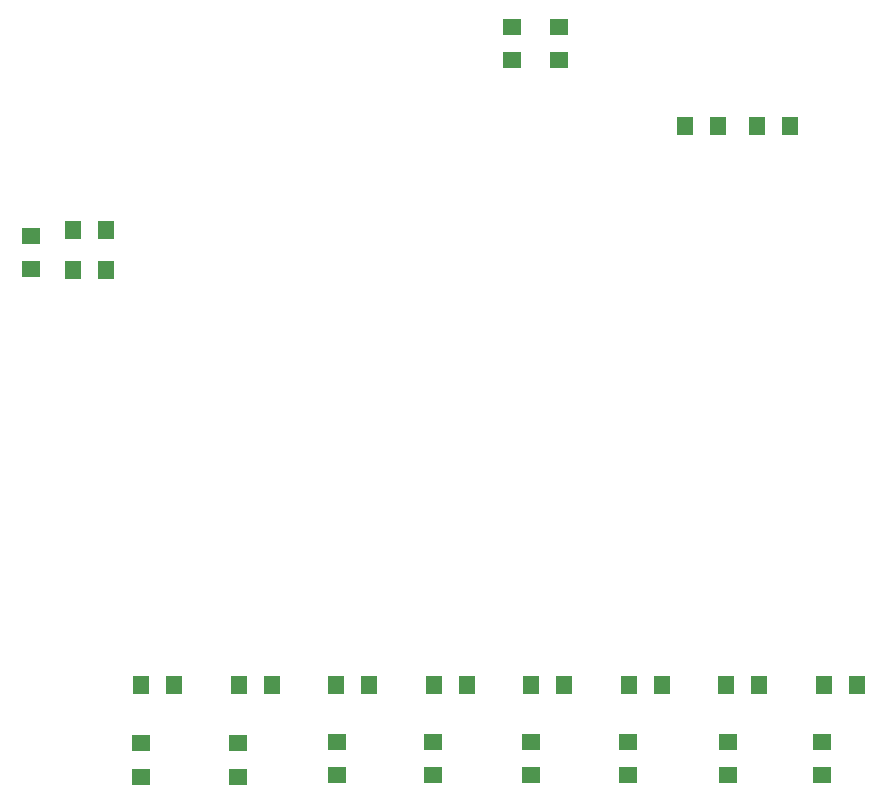
<source format=gbr>
G04 DipTrace 3.3.0.1*
G04 TopPaste.gbr*
%MOIN*%
G04 #@! TF.FileFunction,Paste,Top*
G04 #@! TF.Part,Single*
%ADD57R,0.055118X0.062992*%
%ADD59R,0.062992X0.055118*%
%FSLAX26Y26*%
G04*
G70*
G90*
G75*
G01*
G04 TopPaste*
%LPD*%
D59*
X1032906Y608946D3*
Y719182D3*
X1357906Y608946D3*
Y719182D3*
X1687087Y615068D3*
Y725304D3*
X2009026Y614098D3*
Y724335D3*
X2332906Y615068D3*
Y725304D3*
X2657906Y615068D3*
Y725304D3*
X2992089Y615068D3*
Y725304D3*
X3304844Y615068D3*
Y725304D3*
D57*
X806592Y2298331D3*
X916828D3*
D59*
X2427097Y3107748D3*
Y2997512D3*
X2270639Y3107244D3*
Y2997008D3*
X666364Y2300066D3*
Y2410302D3*
D57*
X2958290Y2776944D3*
X2848054D3*
X807535Y2431020D3*
X917772D3*
X1035465Y912566D3*
X1145701D3*
X1360465D3*
X1470701D3*
X1685465D3*
X1795701D3*
X2010465D3*
X2120701D3*
X2335465D3*
X2445701D3*
X2660465D3*
X2770701D3*
X2985465D3*
X3095701D3*
X3310465D3*
X3420701D3*
X3196761Y2776349D3*
X3086525D3*
M02*

</source>
